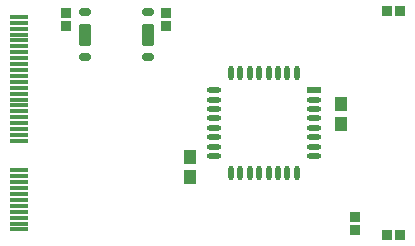
<source format=gbp>
G04*
G04 #@! TF.GenerationSoftware,Altium Limited,Altium Designer,22.11.1 (43)*
G04*
G04 Layer_Color=128*
%FSLAX44Y44*%
%MOMM*%
G71*
G04*
G04 #@! TF.SameCoordinates,238175EB-3BB2-4886-BFDA-CBBE0BB03E55*
G04*
G04*
G04 #@! TF.FilePolarity,Positive*
G04*
G01*
G75*
%ADD15R,1.5000X0.3500*%
%ADD22R,1.1000X1.2500*%
%ADD23R,0.8121X0.9311*%
G04:AMPARAMS|DCode=49|XSize=0.6mm|YSize=1.05mm|CornerRadius=0.15mm|HoleSize=0mm|Usage=FLASHONLY|Rotation=270.000|XOffset=0mm|YOffset=0mm|HoleType=Round|Shape=RoundedRectangle|*
%AMROUNDEDRECTD49*
21,1,0.6000,0.7500,0,0,270.0*
21,1,0.3000,1.0500,0,0,270.0*
1,1,0.3000,-0.3750,-0.1500*
1,1,0.3000,-0.3750,0.1500*
1,1,0.3000,0.3750,0.1500*
1,1,0.3000,0.3750,-0.1500*
%
%ADD49ROUNDEDRECTD49*%
G04:AMPARAMS|DCode=50|XSize=1.87mm|YSize=1.05mm|CornerRadius=0.2625mm|HoleSize=0mm|Usage=FLASHONLY|Rotation=270.000|XOffset=0mm|YOffset=0mm|HoleType=Round|Shape=RoundedRectangle|*
%AMROUNDEDRECTD50*
21,1,1.8700,0.5250,0,0,270.0*
21,1,1.3450,1.0500,0,0,270.0*
1,1,0.5250,-0.2625,-0.6725*
1,1,0.5250,-0.2625,0.6725*
1,1,0.5250,0.2625,0.6725*
1,1,0.5250,0.2625,-0.6725*
%
%ADD50ROUNDEDRECTD50*%
%ADD51O,0.5000X1.2000*%
%ADD52O,1.2000X0.5000*%
%ADD53R,1.2000X0.5000*%
%ADD54R,0.9311X0.8121*%
D15*
X12500Y60000D02*
D03*
Y65000D02*
D03*
Y70000D02*
D03*
Y75000D02*
D03*
Y80000D02*
D03*
Y85000D02*
D03*
Y90000D02*
D03*
Y95000D02*
D03*
Y100000D02*
D03*
Y105000D02*
D03*
Y110000D02*
D03*
Y135000D02*
D03*
Y140000D02*
D03*
Y145000D02*
D03*
Y150000D02*
D03*
Y155000D02*
D03*
Y160000D02*
D03*
Y165000D02*
D03*
Y170000D02*
D03*
Y175000D02*
D03*
Y180000D02*
D03*
Y185000D02*
D03*
Y190000D02*
D03*
Y195000D02*
D03*
Y200000D02*
D03*
Y205000D02*
D03*
Y210000D02*
D03*
Y215000D02*
D03*
Y220000D02*
D03*
Y225000D02*
D03*
Y230000D02*
D03*
Y235000D02*
D03*
Y240000D02*
D03*
D22*
X157500Y104000D02*
D03*
X157500Y121000D02*
D03*
X285000Y149000D02*
D03*
Y166000D02*
D03*
D23*
X137500Y242905D02*
D03*
Y232095D02*
D03*
X52500Y242905D02*
D03*
Y232095D02*
D03*
X297500Y59595D02*
D03*
Y70405D02*
D03*
D49*
X121750Y244050D02*
D03*
Y205950D02*
D03*
X68250D02*
D03*
Y244050D02*
D03*
D50*
X121750Y225000D02*
D03*
X68250D02*
D03*
D51*
X248000Y192500D02*
D03*
X240000Y192500D02*
D03*
X232000Y192500D02*
D03*
X224000D02*
D03*
X216000D02*
D03*
X208000D02*
D03*
X200000D02*
D03*
X192000D02*
D03*
Y107500D02*
D03*
X200000D02*
D03*
X208000D02*
D03*
X216000D02*
D03*
X224000D02*
D03*
X232000D02*
D03*
X240000D02*
D03*
X248000D02*
D03*
D52*
X177500Y178000D02*
D03*
Y170000D02*
D03*
Y162000D02*
D03*
Y154000D02*
D03*
Y146000D02*
D03*
Y138000D02*
D03*
Y130000D02*
D03*
Y122000D02*
D03*
X262500D02*
D03*
Y130000D02*
D03*
Y138000D02*
D03*
Y146000D02*
D03*
Y154000D02*
D03*
Y162000D02*
D03*
X262500Y170000D02*
D03*
D53*
X262500Y178000D02*
D03*
D54*
X335405Y55000D02*
D03*
X324595D02*
D03*
Y245000D02*
D03*
X335405D02*
D03*
M02*

</source>
